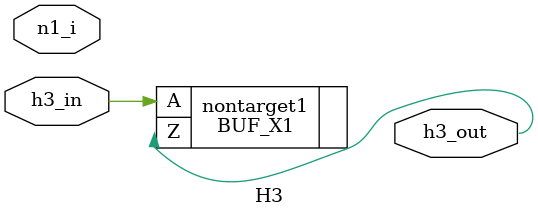
<source format=v>
module top (in);
 input in;

 wire net1;
 wire n3;
 wire n2;
 wire n1;

 H0 h0 (.h0_in(in),
    .h0_out(n1),
    .h0_out2(n2));
 H1 h1 (.h1_in(net1));
 H3 h3 (.n1_i(net1),
    .h3_in(n1),
    .h3_out(n3));
 BUF_X4 new_buf1 (.A(n1),
    .Z(net1));
 BUF_X1 nontarget0 (.A(n3));
endmodule
module H0 (h0_in,
    h0_out,
    h0_out2);
 input h0_in;
 output h0_out;
 output h0_out2;


 BUF_X1 buf0 (.A(h0_out),
    .Z(h0_out2));
 BUF_X1 drvr (.A(h0_in),
    .Z(h0_out));
endmodule
module H1 (h1_in);
 input h1_in;


 H2 h2 (.h2_in(h1_in));
endmodule
module H2 (h2_in);
 input h2_in;


 BUF_X1 load0 (.A(h2_in));
endmodule
module H3 (n1_i,
    h3_in,
    h3_out);
 input n1_i;
 input h3_in;
 output h3_out;


 BUF_X1 load1 (.A(n1_i));
 BUF_X1 load2 (.A(n1_i));
 BUF_X1 nontarget1 (.A(h3_in),
    .Z(h3_out));
endmodule

</source>
